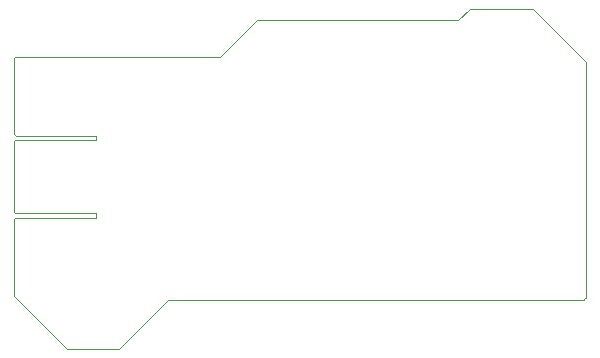
<source format=gbr>
%TF.GenerationSoftware,Altium Limited,Altium Designer,24.4.1 (13)*%
G04 Layer_Color=0*
%FSLAX45Y45*%
%MOMM*%
%TF.SameCoordinates,C660FC9E-4896-4694-9F0D-9EB1E9559909*%
%TF.FilePolarity,Positive*%
%TF.FileFunction,Profile,NP*%
%TF.Part,Single*%
G01*
G75*
%TA.AperFunction,Profile*%
%ADD29C,0.02540*%
D29*
X-12738Y20000D02*
Y670000D01*
D02*
G02*
X0Y682738I12738J0D01*
G01*
X677262D01*
Y717262D01*
X0D01*
D02*
G02*
X-12738Y730000I0J12738D01*
G01*
Y1330000D01*
D02*
G02*
X0Y1342738I12738J0D01*
G01*
X677262D01*
Y1377262D01*
X0D01*
D02*
G02*
X-12738Y1390000I0J12738D01*
G01*
Y2030000D01*
D02*
G02*
X0Y2042738I12738J0D01*
G01*
X1720000D01*
X1724060Y2042074D01*
X2030993Y2349007D01*
X2040000Y2352738D01*
X3744724D01*
X3840993Y2449007D01*
X3850000Y2452738D01*
X4370000D01*
X4379007Y2449007D01*
X4819007Y2009007D01*
X4822738Y2000000D01*
Y0D01*
D02*
G02*
X4810000Y-12738I-12738J0D01*
G01*
X1285276D01*
X869007Y-429007D01*
X860000Y-432738D01*
X440000D01*
X430993Y-429007D01*
X-12738Y20000D01*
%TF.MD5,2f6ce82aa36d2298946c42c91715df2e*%
M02*

</source>
